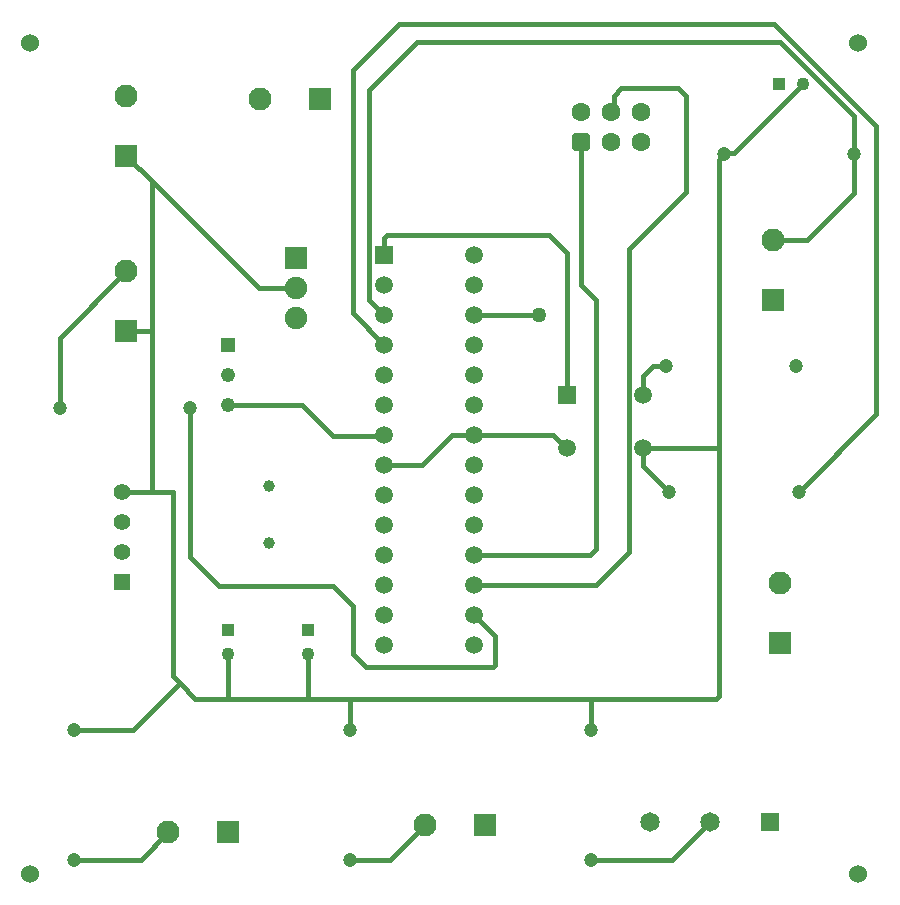
<source format=gbl>
G04*
G04 #@! TF.GenerationSoftware,Altium Limited,Altium Designer,25.2.1 (25)*
G04*
G04 Layer_Physical_Order=2*
G04 Layer_Color=16711680*
%FSLAX25Y25*%
%MOIN*%
G70*
G04*
G04 #@! TF.SameCoordinates,06D7508E-8D86-4BD8-A93B-F394D34A9F42*
G04*
G04*
G04 #@! TF.FilePolarity,Positive*
G04*
G01*
G75*
%ADD40C,0.01500*%
%ADD41C,0.06496*%
%ADD42R,0.06496X0.06496*%
%ADD43C,0.07677*%
%ADD44R,0.07677X0.07677*%
%ADD45C,0.04724*%
%ADD46C,0.04835*%
%ADD47R,0.04835X0.04835*%
%ADD48R,0.04331X0.04331*%
%ADD49C,0.04331*%
%ADD50C,0.07520*%
%ADD51R,0.07520X0.07520*%
%ADD52C,0.06000*%
%ADD53C,0.03965*%
%ADD54R,0.04331X0.04331*%
%ADD55R,0.05906X0.05906*%
%ADD56C,0.05906*%
%ADD57R,0.07677X0.07677*%
%ADD58C,0.05898*%
%ADD59R,0.05898X0.05898*%
%ADD60R,0.05472X0.05472*%
%ADD61C,0.05472*%
%ADD62C,0.06299*%
G04:AMPARAMS|DCode=63|XSize=62.99mil|YSize=62.99mil|CornerRadius=15.75mil|HoleSize=0mil|Usage=FLASHONLY|Rotation=0.000|XOffset=0mil|YOffset=0mil|HoleType=Round|Shape=RoundedRectangle|*
%AMROUNDEDRECTD63*
21,1,0.06299,0.03150,0,0,0.0*
21,1,0.03150,0.06299,0,0,0.0*
1,1,0.03150,0.01575,-0.01575*
1,1,0.03150,-0.01575,-0.01575*
1,1,0.03150,-0.01575,0.01575*
1,1,0.03150,0.01575,0.01575*
%
%ADD63ROUNDEDRECTD63*%
%ADD64C,0.05000*%
D40*
X317500Y452500D02*
X318400Y453400D01*
Y457900D01*
X321000Y460500D01*
X340000D01*
X342500Y458000D01*
Y426000D02*
Y458000D01*
X323500Y407000D02*
X342500Y426000D01*
X310500Y305000D02*
X312500Y307000D01*
X307500Y395000D02*
X312500Y390000D01*
Y307000D02*
Y390000D01*
X307500Y395000D02*
Y442500D01*
X272000Y305000D02*
X310500D01*
X323500Y306000D02*
Y407000D01*
X312500Y295000D02*
X323500Y306000D01*
X272000Y295000D02*
X312500D01*
X272000Y385000D02*
X293500D01*
X247000Y482000D02*
X372000D01*
X406000Y351847D02*
Y448000D01*
X372000Y482000D02*
X406000Y448000D01*
X253000Y476000D02*
X374000D01*
X398654Y451346D01*
Y438500D02*
Y451346D01*
X297000Y411500D02*
X302705Y405795D01*
X242879Y411500D02*
X297000D01*
X302705Y358358D02*
Y405795D01*
X380153Y326000D02*
X406000Y351847D01*
X231500Y466500D02*
X247000Y482000D01*
X231500Y385500D02*
Y466500D01*
Y385500D02*
X242000Y375000D01*
X237000Y460000D02*
X253000Y476000D01*
X237000Y390000D02*
Y460000D01*
Y390000D02*
X242000Y385000D01*
X353500Y340500D02*
Y436654D01*
X242000Y405000D02*
Y410621D01*
X242879Y411500D01*
X353358Y340642D02*
X353500Y340500D01*
X328295Y340642D02*
X353358D01*
X331500Y368000D02*
X335846D01*
X328295Y364795D02*
X331500Y368000D01*
X328295Y358358D02*
Y364795D01*
Y334551D02*
X336846Y326000D01*
X328295Y334551D02*
Y340642D01*
X272000Y285000D02*
X279000Y278000D01*
Y268379D02*
Y278000D01*
X278121Y267500D02*
X279000Y268379D01*
X236000Y267500D02*
X278121D01*
X231500Y272000D02*
X236000Y267500D01*
X231500Y272000D02*
Y288000D01*
X225000Y294500D02*
X231500Y288000D01*
X187000Y294500D02*
X225000D01*
X177154Y304346D02*
X187000Y294500D01*
X177154Y304346D02*
Y354000D01*
X242000Y335000D02*
X254500D01*
X264500Y345000D01*
X272000D01*
X353500Y257879D02*
Y340500D01*
Y436654D02*
X355346Y438500D01*
X352621Y257000D02*
X353500Y257879D01*
X311000Y257000D02*
X352621D01*
X164000Y379500D02*
X164500Y379000D01*
X156000Y379500D02*
X164000D01*
X164500Y379000D02*
Y429500D01*
X133846Y377346D02*
X156000Y399500D01*
X133846Y354000D02*
Y377346D01*
X154500Y326000D02*
X164500D01*
Y379000D01*
X156000Y438000D02*
X164500Y429500D01*
Y326000D02*
X171500D01*
X164500Y429500D02*
X200039Y393961D01*
X355346Y438500D02*
X355963Y439117D01*
X358554D01*
X381437Y462000D01*
X241500Y344500D02*
X242000Y345000D01*
X225000Y344500D02*
X241500D01*
X214500Y355000D02*
X225000Y344500D01*
X190000Y355000D02*
X214500D01*
X216500Y257000D02*
Y272126D01*
Y257000D02*
X230500D01*
X190000D02*
Y272126D01*
Y257000D02*
X216500D01*
X200039Y393961D02*
X212500D01*
X298346Y345000D02*
X302705Y340642D01*
X272000Y345000D02*
X298346D01*
X371500Y410000D02*
X383000D01*
X398654Y425654D01*
Y438500D01*
X337846Y203346D02*
X350500Y216000D01*
X311000Y203346D02*
X337846D01*
X160791D02*
X170000Y212555D01*
X138500Y203346D02*
X160791D01*
X243847D02*
X255500Y215000D01*
X230500Y203346D02*
X243847D01*
X311000Y246654D02*
Y257000D01*
X230500Y246654D02*
Y257000D01*
X311000D01*
X158153Y246654D02*
X173750Y262250D01*
X138500Y246654D02*
X158153D01*
X173750Y262250D02*
X179000Y257000D01*
X190000D01*
X171500Y264500D02*
X173750Y262250D01*
X171500Y264500D02*
Y326000D01*
D41*
X330500Y216000D02*
D03*
X350500D02*
D03*
D42*
X370500D02*
D03*
D43*
X255500Y215000D02*
D03*
X170000Y212555D02*
D03*
X200500Y457000D02*
D03*
X156000Y399500D02*
D03*
Y458000D02*
D03*
X374000Y295500D02*
D03*
X371500Y410000D02*
D03*
D44*
X275500Y215000D02*
D03*
X190000Y212555D02*
D03*
X220500Y457000D02*
D03*
D45*
X335846Y368000D02*
D03*
X379153D02*
D03*
X380153Y326000D02*
D03*
X336846D02*
D03*
X177154Y354000D02*
D03*
X133846D02*
D03*
X138500Y203346D02*
D03*
Y246654D02*
D03*
X230500Y203346D02*
D03*
Y246654D02*
D03*
X311000Y203346D02*
D03*
Y246654D02*
D03*
X398654Y438500D02*
D03*
X355346D02*
D03*
D46*
X190000Y355000D02*
D03*
Y365000D02*
D03*
D47*
Y375000D02*
D03*
D48*
X373563Y462000D02*
D03*
D49*
X381437D02*
D03*
X190000Y272126D02*
D03*
X216500D02*
D03*
D50*
X212500Y383921D02*
D03*
Y393961D02*
D03*
D51*
Y404000D02*
D03*
D52*
X400000Y198500D02*
D03*
Y475500D02*
D03*
X124000D02*
D03*
Y198500D02*
D03*
D53*
X203500Y308894D02*
D03*
Y328106D02*
D03*
D54*
X190000Y280000D02*
D03*
X216500D02*
D03*
D55*
X242000Y405000D02*
D03*
D56*
Y395000D02*
D03*
Y385000D02*
D03*
Y375000D02*
D03*
Y365000D02*
D03*
Y355000D02*
D03*
Y345000D02*
D03*
Y335000D02*
D03*
Y325000D02*
D03*
Y315000D02*
D03*
Y305000D02*
D03*
Y295000D02*
D03*
Y285000D02*
D03*
Y275000D02*
D03*
X272000Y405000D02*
D03*
Y395000D02*
D03*
Y385000D02*
D03*
Y375000D02*
D03*
Y365000D02*
D03*
Y355000D02*
D03*
Y345000D02*
D03*
Y335000D02*
D03*
Y325000D02*
D03*
Y315000D02*
D03*
Y305000D02*
D03*
Y295000D02*
D03*
Y285000D02*
D03*
Y275000D02*
D03*
D57*
X156000Y379500D02*
D03*
Y438000D02*
D03*
X374000Y275500D02*
D03*
X371500Y390000D02*
D03*
D58*
X302705Y340642D02*
D03*
X328295D02*
D03*
Y358358D02*
D03*
D59*
X302705D02*
D03*
D60*
X154500Y296000D02*
D03*
D61*
Y306000D02*
D03*
Y316000D02*
D03*
Y326000D02*
D03*
D62*
X327500Y452500D02*
D03*
Y442500D02*
D03*
X317500Y452500D02*
D03*
Y442500D02*
D03*
X307500Y452500D02*
D03*
D63*
Y442500D02*
D03*
D64*
X293500Y385000D02*
D03*
M02*

</source>
